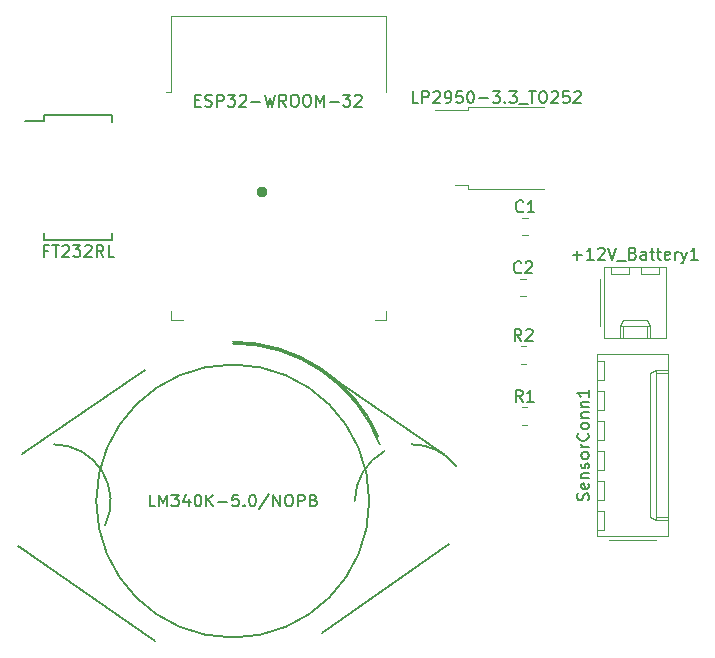
<source format=gbr>
%TF.GenerationSoftware,KiCad,Pcbnew,7.0.10*%
%TF.CreationDate,2024-03-05T16:05:14-06:00*%
%TF.ProjectId,smart_helmet,736d6172-745f-4686-956c-6d65742e6b69,rev?*%
%TF.SameCoordinates,Original*%
%TF.FileFunction,Legend,Top*%
%TF.FilePolarity,Positive*%
%FSLAX46Y46*%
G04 Gerber Fmt 4.6, Leading zero omitted, Abs format (unit mm)*
G04 Created by KiCad (PCBNEW 7.0.10) date 2024-03-05 16:05:14*
%MOMM*%
%LPD*%
G01*
G04 APERTURE LIST*
%ADD10C,0.150000*%
%ADD11C,0.120000*%
%ADD12C,0.152400*%
%ADD13C,0.939800*%
G04 APERTURE END LIST*
D10*
X145100047Y-81118305D02*
X145433380Y-81118305D01*
X145576237Y-81642115D02*
X145100047Y-81642115D01*
X145100047Y-81642115D02*
X145100047Y-80642115D01*
X145100047Y-80642115D02*
X145576237Y-80642115D01*
X145957190Y-81594496D02*
X146100047Y-81642115D01*
X146100047Y-81642115D02*
X146338142Y-81642115D01*
X146338142Y-81642115D02*
X146433380Y-81594496D01*
X146433380Y-81594496D02*
X146480999Y-81546876D01*
X146480999Y-81546876D02*
X146528618Y-81451638D01*
X146528618Y-81451638D02*
X146528618Y-81356400D01*
X146528618Y-81356400D02*
X146480999Y-81261162D01*
X146480999Y-81261162D02*
X146433380Y-81213543D01*
X146433380Y-81213543D02*
X146338142Y-81165924D01*
X146338142Y-81165924D02*
X146147666Y-81118305D01*
X146147666Y-81118305D02*
X146052428Y-81070686D01*
X146052428Y-81070686D02*
X146004809Y-81023067D01*
X146004809Y-81023067D02*
X145957190Y-80927829D01*
X145957190Y-80927829D02*
X145957190Y-80832591D01*
X145957190Y-80832591D02*
X146004809Y-80737353D01*
X146004809Y-80737353D02*
X146052428Y-80689734D01*
X146052428Y-80689734D02*
X146147666Y-80642115D01*
X146147666Y-80642115D02*
X146385761Y-80642115D01*
X146385761Y-80642115D02*
X146528618Y-80689734D01*
X146957190Y-81642115D02*
X146957190Y-80642115D01*
X146957190Y-80642115D02*
X147338142Y-80642115D01*
X147338142Y-80642115D02*
X147433380Y-80689734D01*
X147433380Y-80689734D02*
X147480999Y-80737353D01*
X147480999Y-80737353D02*
X147528618Y-80832591D01*
X147528618Y-80832591D02*
X147528618Y-80975448D01*
X147528618Y-80975448D02*
X147480999Y-81070686D01*
X147480999Y-81070686D02*
X147433380Y-81118305D01*
X147433380Y-81118305D02*
X147338142Y-81165924D01*
X147338142Y-81165924D02*
X146957190Y-81165924D01*
X147861952Y-80642115D02*
X148480999Y-80642115D01*
X148480999Y-80642115D02*
X148147666Y-81023067D01*
X148147666Y-81023067D02*
X148290523Y-81023067D01*
X148290523Y-81023067D02*
X148385761Y-81070686D01*
X148385761Y-81070686D02*
X148433380Y-81118305D01*
X148433380Y-81118305D02*
X148480999Y-81213543D01*
X148480999Y-81213543D02*
X148480999Y-81451638D01*
X148480999Y-81451638D02*
X148433380Y-81546876D01*
X148433380Y-81546876D02*
X148385761Y-81594496D01*
X148385761Y-81594496D02*
X148290523Y-81642115D01*
X148290523Y-81642115D02*
X148004809Y-81642115D01*
X148004809Y-81642115D02*
X147909571Y-81594496D01*
X147909571Y-81594496D02*
X147861952Y-81546876D01*
X148861952Y-80737353D02*
X148909571Y-80689734D01*
X148909571Y-80689734D02*
X149004809Y-80642115D01*
X149004809Y-80642115D02*
X149242904Y-80642115D01*
X149242904Y-80642115D02*
X149338142Y-80689734D01*
X149338142Y-80689734D02*
X149385761Y-80737353D01*
X149385761Y-80737353D02*
X149433380Y-80832591D01*
X149433380Y-80832591D02*
X149433380Y-80927829D01*
X149433380Y-80927829D02*
X149385761Y-81070686D01*
X149385761Y-81070686D02*
X148814333Y-81642115D01*
X148814333Y-81642115D02*
X149433380Y-81642115D01*
X149861952Y-81261162D02*
X150623857Y-81261162D01*
X151004809Y-80642115D02*
X151242904Y-81642115D01*
X151242904Y-81642115D02*
X151433380Y-80927829D01*
X151433380Y-80927829D02*
X151623856Y-81642115D01*
X151623856Y-81642115D02*
X151861952Y-80642115D01*
X152814332Y-81642115D02*
X152480999Y-81165924D01*
X152242904Y-81642115D02*
X152242904Y-80642115D01*
X152242904Y-80642115D02*
X152623856Y-80642115D01*
X152623856Y-80642115D02*
X152719094Y-80689734D01*
X152719094Y-80689734D02*
X152766713Y-80737353D01*
X152766713Y-80737353D02*
X152814332Y-80832591D01*
X152814332Y-80832591D02*
X152814332Y-80975448D01*
X152814332Y-80975448D02*
X152766713Y-81070686D01*
X152766713Y-81070686D02*
X152719094Y-81118305D01*
X152719094Y-81118305D02*
X152623856Y-81165924D01*
X152623856Y-81165924D02*
X152242904Y-81165924D01*
X153433380Y-80642115D02*
X153623856Y-80642115D01*
X153623856Y-80642115D02*
X153719094Y-80689734D01*
X153719094Y-80689734D02*
X153814332Y-80784972D01*
X153814332Y-80784972D02*
X153861951Y-80975448D01*
X153861951Y-80975448D02*
X153861951Y-81308781D01*
X153861951Y-81308781D02*
X153814332Y-81499257D01*
X153814332Y-81499257D02*
X153719094Y-81594496D01*
X153719094Y-81594496D02*
X153623856Y-81642115D01*
X153623856Y-81642115D02*
X153433380Y-81642115D01*
X153433380Y-81642115D02*
X153338142Y-81594496D01*
X153338142Y-81594496D02*
X153242904Y-81499257D01*
X153242904Y-81499257D02*
X153195285Y-81308781D01*
X153195285Y-81308781D02*
X153195285Y-80975448D01*
X153195285Y-80975448D02*
X153242904Y-80784972D01*
X153242904Y-80784972D02*
X153338142Y-80689734D01*
X153338142Y-80689734D02*
X153433380Y-80642115D01*
X154480999Y-80642115D02*
X154671475Y-80642115D01*
X154671475Y-80642115D02*
X154766713Y-80689734D01*
X154766713Y-80689734D02*
X154861951Y-80784972D01*
X154861951Y-80784972D02*
X154909570Y-80975448D01*
X154909570Y-80975448D02*
X154909570Y-81308781D01*
X154909570Y-81308781D02*
X154861951Y-81499257D01*
X154861951Y-81499257D02*
X154766713Y-81594496D01*
X154766713Y-81594496D02*
X154671475Y-81642115D01*
X154671475Y-81642115D02*
X154480999Y-81642115D01*
X154480999Y-81642115D02*
X154385761Y-81594496D01*
X154385761Y-81594496D02*
X154290523Y-81499257D01*
X154290523Y-81499257D02*
X154242904Y-81308781D01*
X154242904Y-81308781D02*
X154242904Y-80975448D01*
X154242904Y-80975448D02*
X154290523Y-80784972D01*
X154290523Y-80784972D02*
X154385761Y-80689734D01*
X154385761Y-80689734D02*
X154480999Y-80642115D01*
X155338142Y-81642115D02*
X155338142Y-80642115D01*
X155338142Y-80642115D02*
X155671475Y-81356400D01*
X155671475Y-81356400D02*
X156004808Y-80642115D01*
X156004808Y-80642115D02*
X156004808Y-81642115D01*
X156480999Y-81261162D02*
X157242904Y-81261162D01*
X157623856Y-80642115D02*
X158242903Y-80642115D01*
X158242903Y-80642115D02*
X157909570Y-81023067D01*
X157909570Y-81023067D02*
X158052427Y-81023067D01*
X158052427Y-81023067D02*
X158147665Y-81070686D01*
X158147665Y-81070686D02*
X158195284Y-81118305D01*
X158195284Y-81118305D02*
X158242903Y-81213543D01*
X158242903Y-81213543D02*
X158242903Y-81451638D01*
X158242903Y-81451638D02*
X158195284Y-81546876D01*
X158195284Y-81546876D02*
X158147665Y-81594496D01*
X158147665Y-81594496D02*
X158052427Y-81642115D01*
X158052427Y-81642115D02*
X157766713Y-81642115D01*
X157766713Y-81642115D02*
X157671475Y-81594496D01*
X157671475Y-81594496D02*
X157623856Y-81546876D01*
X158623856Y-80737353D02*
X158671475Y-80689734D01*
X158671475Y-80689734D02*
X158766713Y-80642115D01*
X158766713Y-80642115D02*
X159004808Y-80642115D01*
X159004808Y-80642115D02*
X159100046Y-80689734D01*
X159100046Y-80689734D02*
X159147665Y-80737353D01*
X159147665Y-80737353D02*
X159195284Y-80832591D01*
X159195284Y-80832591D02*
X159195284Y-80927829D01*
X159195284Y-80927829D02*
X159147665Y-81070686D01*
X159147665Y-81070686D02*
X158576237Y-81642115D01*
X158576237Y-81642115D02*
X159195284Y-81642115D01*
X163994330Y-81338455D02*
X163518140Y-81338455D01*
X163518140Y-81338455D02*
X163518140Y-80338455D01*
X164327664Y-81338455D02*
X164327664Y-80338455D01*
X164327664Y-80338455D02*
X164708616Y-80338455D01*
X164708616Y-80338455D02*
X164803854Y-80386074D01*
X164803854Y-80386074D02*
X164851473Y-80433693D01*
X164851473Y-80433693D02*
X164899092Y-80528931D01*
X164899092Y-80528931D02*
X164899092Y-80671788D01*
X164899092Y-80671788D02*
X164851473Y-80767026D01*
X164851473Y-80767026D02*
X164803854Y-80814645D01*
X164803854Y-80814645D02*
X164708616Y-80862264D01*
X164708616Y-80862264D02*
X164327664Y-80862264D01*
X165280045Y-80433693D02*
X165327664Y-80386074D01*
X165327664Y-80386074D02*
X165422902Y-80338455D01*
X165422902Y-80338455D02*
X165660997Y-80338455D01*
X165660997Y-80338455D02*
X165756235Y-80386074D01*
X165756235Y-80386074D02*
X165803854Y-80433693D01*
X165803854Y-80433693D02*
X165851473Y-80528931D01*
X165851473Y-80528931D02*
X165851473Y-80624169D01*
X165851473Y-80624169D02*
X165803854Y-80767026D01*
X165803854Y-80767026D02*
X165232426Y-81338455D01*
X165232426Y-81338455D02*
X165851473Y-81338455D01*
X166327664Y-81338455D02*
X166518140Y-81338455D01*
X166518140Y-81338455D02*
X166613378Y-81290836D01*
X166613378Y-81290836D02*
X166660997Y-81243216D01*
X166660997Y-81243216D02*
X166756235Y-81100359D01*
X166756235Y-81100359D02*
X166803854Y-80909883D01*
X166803854Y-80909883D02*
X166803854Y-80528931D01*
X166803854Y-80528931D02*
X166756235Y-80433693D01*
X166756235Y-80433693D02*
X166708616Y-80386074D01*
X166708616Y-80386074D02*
X166613378Y-80338455D01*
X166613378Y-80338455D02*
X166422902Y-80338455D01*
X166422902Y-80338455D02*
X166327664Y-80386074D01*
X166327664Y-80386074D02*
X166280045Y-80433693D01*
X166280045Y-80433693D02*
X166232426Y-80528931D01*
X166232426Y-80528931D02*
X166232426Y-80767026D01*
X166232426Y-80767026D02*
X166280045Y-80862264D01*
X166280045Y-80862264D02*
X166327664Y-80909883D01*
X166327664Y-80909883D02*
X166422902Y-80957502D01*
X166422902Y-80957502D02*
X166613378Y-80957502D01*
X166613378Y-80957502D02*
X166708616Y-80909883D01*
X166708616Y-80909883D02*
X166756235Y-80862264D01*
X166756235Y-80862264D02*
X166803854Y-80767026D01*
X167708616Y-80338455D02*
X167232426Y-80338455D01*
X167232426Y-80338455D02*
X167184807Y-80814645D01*
X167184807Y-80814645D02*
X167232426Y-80767026D01*
X167232426Y-80767026D02*
X167327664Y-80719407D01*
X167327664Y-80719407D02*
X167565759Y-80719407D01*
X167565759Y-80719407D02*
X167660997Y-80767026D01*
X167660997Y-80767026D02*
X167708616Y-80814645D01*
X167708616Y-80814645D02*
X167756235Y-80909883D01*
X167756235Y-80909883D02*
X167756235Y-81147978D01*
X167756235Y-81147978D02*
X167708616Y-81243216D01*
X167708616Y-81243216D02*
X167660997Y-81290836D01*
X167660997Y-81290836D02*
X167565759Y-81338455D01*
X167565759Y-81338455D02*
X167327664Y-81338455D01*
X167327664Y-81338455D02*
X167232426Y-81290836D01*
X167232426Y-81290836D02*
X167184807Y-81243216D01*
X168375283Y-80338455D02*
X168470521Y-80338455D01*
X168470521Y-80338455D02*
X168565759Y-80386074D01*
X168565759Y-80386074D02*
X168613378Y-80433693D01*
X168613378Y-80433693D02*
X168660997Y-80528931D01*
X168660997Y-80528931D02*
X168708616Y-80719407D01*
X168708616Y-80719407D02*
X168708616Y-80957502D01*
X168708616Y-80957502D02*
X168660997Y-81147978D01*
X168660997Y-81147978D02*
X168613378Y-81243216D01*
X168613378Y-81243216D02*
X168565759Y-81290836D01*
X168565759Y-81290836D02*
X168470521Y-81338455D01*
X168470521Y-81338455D02*
X168375283Y-81338455D01*
X168375283Y-81338455D02*
X168280045Y-81290836D01*
X168280045Y-81290836D02*
X168232426Y-81243216D01*
X168232426Y-81243216D02*
X168184807Y-81147978D01*
X168184807Y-81147978D02*
X168137188Y-80957502D01*
X168137188Y-80957502D02*
X168137188Y-80719407D01*
X168137188Y-80719407D02*
X168184807Y-80528931D01*
X168184807Y-80528931D02*
X168232426Y-80433693D01*
X168232426Y-80433693D02*
X168280045Y-80386074D01*
X168280045Y-80386074D02*
X168375283Y-80338455D01*
X169137188Y-80957502D02*
X169899093Y-80957502D01*
X170280045Y-80338455D02*
X170899092Y-80338455D01*
X170899092Y-80338455D02*
X170565759Y-80719407D01*
X170565759Y-80719407D02*
X170708616Y-80719407D01*
X170708616Y-80719407D02*
X170803854Y-80767026D01*
X170803854Y-80767026D02*
X170851473Y-80814645D01*
X170851473Y-80814645D02*
X170899092Y-80909883D01*
X170899092Y-80909883D02*
X170899092Y-81147978D01*
X170899092Y-81147978D02*
X170851473Y-81243216D01*
X170851473Y-81243216D02*
X170803854Y-81290836D01*
X170803854Y-81290836D02*
X170708616Y-81338455D01*
X170708616Y-81338455D02*
X170422902Y-81338455D01*
X170422902Y-81338455D02*
X170327664Y-81290836D01*
X170327664Y-81290836D02*
X170280045Y-81243216D01*
X171327664Y-81243216D02*
X171375283Y-81290836D01*
X171375283Y-81290836D02*
X171327664Y-81338455D01*
X171327664Y-81338455D02*
X171280045Y-81290836D01*
X171280045Y-81290836D02*
X171327664Y-81243216D01*
X171327664Y-81243216D02*
X171327664Y-81338455D01*
X171708616Y-80338455D02*
X172327663Y-80338455D01*
X172327663Y-80338455D02*
X171994330Y-80719407D01*
X171994330Y-80719407D02*
X172137187Y-80719407D01*
X172137187Y-80719407D02*
X172232425Y-80767026D01*
X172232425Y-80767026D02*
X172280044Y-80814645D01*
X172280044Y-80814645D02*
X172327663Y-80909883D01*
X172327663Y-80909883D02*
X172327663Y-81147978D01*
X172327663Y-81147978D02*
X172280044Y-81243216D01*
X172280044Y-81243216D02*
X172232425Y-81290836D01*
X172232425Y-81290836D02*
X172137187Y-81338455D01*
X172137187Y-81338455D02*
X171851473Y-81338455D01*
X171851473Y-81338455D02*
X171756235Y-81290836D01*
X171756235Y-81290836D02*
X171708616Y-81243216D01*
X172518140Y-81433693D02*
X173280044Y-81433693D01*
X173375283Y-80338455D02*
X173946711Y-80338455D01*
X173660997Y-81338455D02*
X173660997Y-80338455D01*
X174470521Y-80338455D02*
X174660997Y-80338455D01*
X174660997Y-80338455D02*
X174756235Y-80386074D01*
X174756235Y-80386074D02*
X174851473Y-80481312D01*
X174851473Y-80481312D02*
X174899092Y-80671788D01*
X174899092Y-80671788D02*
X174899092Y-81005121D01*
X174899092Y-81005121D02*
X174851473Y-81195597D01*
X174851473Y-81195597D02*
X174756235Y-81290836D01*
X174756235Y-81290836D02*
X174660997Y-81338455D01*
X174660997Y-81338455D02*
X174470521Y-81338455D01*
X174470521Y-81338455D02*
X174375283Y-81290836D01*
X174375283Y-81290836D02*
X174280045Y-81195597D01*
X174280045Y-81195597D02*
X174232426Y-81005121D01*
X174232426Y-81005121D02*
X174232426Y-80671788D01*
X174232426Y-80671788D02*
X174280045Y-80481312D01*
X174280045Y-80481312D02*
X174375283Y-80386074D01*
X174375283Y-80386074D02*
X174470521Y-80338455D01*
X175280045Y-80433693D02*
X175327664Y-80386074D01*
X175327664Y-80386074D02*
X175422902Y-80338455D01*
X175422902Y-80338455D02*
X175660997Y-80338455D01*
X175660997Y-80338455D02*
X175756235Y-80386074D01*
X175756235Y-80386074D02*
X175803854Y-80433693D01*
X175803854Y-80433693D02*
X175851473Y-80528931D01*
X175851473Y-80528931D02*
X175851473Y-80624169D01*
X175851473Y-80624169D02*
X175803854Y-80767026D01*
X175803854Y-80767026D02*
X175232426Y-81338455D01*
X175232426Y-81338455D02*
X175851473Y-81338455D01*
X176756235Y-80338455D02*
X176280045Y-80338455D01*
X176280045Y-80338455D02*
X176232426Y-80814645D01*
X176232426Y-80814645D02*
X176280045Y-80767026D01*
X176280045Y-80767026D02*
X176375283Y-80719407D01*
X176375283Y-80719407D02*
X176613378Y-80719407D01*
X176613378Y-80719407D02*
X176708616Y-80767026D01*
X176708616Y-80767026D02*
X176756235Y-80814645D01*
X176756235Y-80814645D02*
X176803854Y-80909883D01*
X176803854Y-80909883D02*
X176803854Y-81147978D01*
X176803854Y-81147978D02*
X176756235Y-81243216D01*
X176756235Y-81243216D02*
X176708616Y-81290836D01*
X176708616Y-81290836D02*
X176613378Y-81338455D01*
X176613378Y-81338455D02*
X176375283Y-81338455D01*
X176375283Y-81338455D02*
X176280045Y-81290836D01*
X176280045Y-81290836D02*
X176232426Y-81243216D01*
X177184807Y-80433693D02*
X177232426Y-80386074D01*
X177232426Y-80386074D02*
X177327664Y-80338455D01*
X177327664Y-80338455D02*
X177565759Y-80338455D01*
X177565759Y-80338455D02*
X177660997Y-80386074D01*
X177660997Y-80386074D02*
X177708616Y-80433693D01*
X177708616Y-80433693D02*
X177756235Y-80528931D01*
X177756235Y-80528931D02*
X177756235Y-80624169D01*
X177756235Y-80624169D02*
X177708616Y-80767026D01*
X177708616Y-80767026D02*
X177137188Y-81338455D01*
X177137188Y-81338455D02*
X177756235Y-81338455D01*
X141715771Y-115495419D02*
X141239581Y-115495419D01*
X141239581Y-115495419D02*
X141239581Y-114495419D01*
X142049105Y-115495419D02*
X142049105Y-114495419D01*
X142049105Y-114495419D02*
X142382438Y-115209704D01*
X142382438Y-115209704D02*
X142715771Y-114495419D01*
X142715771Y-114495419D02*
X142715771Y-115495419D01*
X143096724Y-114495419D02*
X143715771Y-114495419D01*
X143715771Y-114495419D02*
X143382438Y-114876371D01*
X143382438Y-114876371D02*
X143525295Y-114876371D01*
X143525295Y-114876371D02*
X143620533Y-114923990D01*
X143620533Y-114923990D02*
X143668152Y-114971609D01*
X143668152Y-114971609D02*
X143715771Y-115066847D01*
X143715771Y-115066847D02*
X143715771Y-115304942D01*
X143715771Y-115304942D02*
X143668152Y-115400180D01*
X143668152Y-115400180D02*
X143620533Y-115447800D01*
X143620533Y-115447800D02*
X143525295Y-115495419D01*
X143525295Y-115495419D02*
X143239581Y-115495419D01*
X143239581Y-115495419D02*
X143144343Y-115447800D01*
X143144343Y-115447800D02*
X143096724Y-115400180D01*
X144572914Y-114828752D02*
X144572914Y-115495419D01*
X144334819Y-114447800D02*
X144096724Y-115162085D01*
X144096724Y-115162085D02*
X144715771Y-115162085D01*
X145287200Y-114495419D02*
X145382438Y-114495419D01*
X145382438Y-114495419D02*
X145477676Y-114543038D01*
X145477676Y-114543038D02*
X145525295Y-114590657D01*
X145525295Y-114590657D02*
X145572914Y-114685895D01*
X145572914Y-114685895D02*
X145620533Y-114876371D01*
X145620533Y-114876371D02*
X145620533Y-115114466D01*
X145620533Y-115114466D02*
X145572914Y-115304942D01*
X145572914Y-115304942D02*
X145525295Y-115400180D01*
X145525295Y-115400180D02*
X145477676Y-115447800D01*
X145477676Y-115447800D02*
X145382438Y-115495419D01*
X145382438Y-115495419D02*
X145287200Y-115495419D01*
X145287200Y-115495419D02*
X145191962Y-115447800D01*
X145191962Y-115447800D02*
X145144343Y-115400180D01*
X145144343Y-115400180D02*
X145096724Y-115304942D01*
X145096724Y-115304942D02*
X145049105Y-115114466D01*
X145049105Y-115114466D02*
X145049105Y-114876371D01*
X145049105Y-114876371D02*
X145096724Y-114685895D01*
X145096724Y-114685895D02*
X145144343Y-114590657D01*
X145144343Y-114590657D02*
X145191962Y-114543038D01*
X145191962Y-114543038D02*
X145287200Y-114495419D01*
X146049105Y-115495419D02*
X146049105Y-114495419D01*
X146620533Y-115495419D02*
X146191962Y-114923990D01*
X146620533Y-114495419D02*
X146049105Y-115066847D01*
X147049105Y-115114466D02*
X147811010Y-115114466D01*
X148763390Y-114495419D02*
X148287200Y-114495419D01*
X148287200Y-114495419D02*
X148239581Y-114971609D01*
X148239581Y-114971609D02*
X148287200Y-114923990D01*
X148287200Y-114923990D02*
X148382438Y-114876371D01*
X148382438Y-114876371D02*
X148620533Y-114876371D01*
X148620533Y-114876371D02*
X148715771Y-114923990D01*
X148715771Y-114923990D02*
X148763390Y-114971609D01*
X148763390Y-114971609D02*
X148811009Y-115066847D01*
X148811009Y-115066847D02*
X148811009Y-115304942D01*
X148811009Y-115304942D02*
X148763390Y-115400180D01*
X148763390Y-115400180D02*
X148715771Y-115447800D01*
X148715771Y-115447800D02*
X148620533Y-115495419D01*
X148620533Y-115495419D02*
X148382438Y-115495419D01*
X148382438Y-115495419D02*
X148287200Y-115447800D01*
X148287200Y-115447800D02*
X148239581Y-115400180D01*
X149239581Y-115400180D02*
X149287200Y-115447800D01*
X149287200Y-115447800D02*
X149239581Y-115495419D01*
X149239581Y-115495419D02*
X149191962Y-115447800D01*
X149191962Y-115447800D02*
X149239581Y-115400180D01*
X149239581Y-115400180D02*
X149239581Y-115495419D01*
X149906247Y-114495419D02*
X150001485Y-114495419D01*
X150001485Y-114495419D02*
X150096723Y-114543038D01*
X150096723Y-114543038D02*
X150144342Y-114590657D01*
X150144342Y-114590657D02*
X150191961Y-114685895D01*
X150191961Y-114685895D02*
X150239580Y-114876371D01*
X150239580Y-114876371D02*
X150239580Y-115114466D01*
X150239580Y-115114466D02*
X150191961Y-115304942D01*
X150191961Y-115304942D02*
X150144342Y-115400180D01*
X150144342Y-115400180D02*
X150096723Y-115447800D01*
X150096723Y-115447800D02*
X150001485Y-115495419D01*
X150001485Y-115495419D02*
X149906247Y-115495419D01*
X149906247Y-115495419D02*
X149811009Y-115447800D01*
X149811009Y-115447800D02*
X149763390Y-115400180D01*
X149763390Y-115400180D02*
X149715771Y-115304942D01*
X149715771Y-115304942D02*
X149668152Y-115114466D01*
X149668152Y-115114466D02*
X149668152Y-114876371D01*
X149668152Y-114876371D02*
X149715771Y-114685895D01*
X149715771Y-114685895D02*
X149763390Y-114590657D01*
X149763390Y-114590657D02*
X149811009Y-114543038D01*
X149811009Y-114543038D02*
X149906247Y-114495419D01*
X151382437Y-114447800D02*
X150525295Y-115733514D01*
X151715771Y-115495419D02*
X151715771Y-114495419D01*
X151715771Y-114495419D02*
X152287199Y-115495419D01*
X152287199Y-115495419D02*
X152287199Y-114495419D01*
X152953866Y-114495419D02*
X153144342Y-114495419D01*
X153144342Y-114495419D02*
X153239580Y-114543038D01*
X153239580Y-114543038D02*
X153334818Y-114638276D01*
X153334818Y-114638276D02*
X153382437Y-114828752D01*
X153382437Y-114828752D02*
X153382437Y-115162085D01*
X153382437Y-115162085D02*
X153334818Y-115352561D01*
X153334818Y-115352561D02*
X153239580Y-115447800D01*
X153239580Y-115447800D02*
X153144342Y-115495419D01*
X153144342Y-115495419D02*
X152953866Y-115495419D01*
X152953866Y-115495419D02*
X152858628Y-115447800D01*
X152858628Y-115447800D02*
X152763390Y-115352561D01*
X152763390Y-115352561D02*
X152715771Y-115162085D01*
X152715771Y-115162085D02*
X152715771Y-114828752D01*
X152715771Y-114828752D02*
X152763390Y-114638276D01*
X152763390Y-114638276D02*
X152858628Y-114543038D01*
X152858628Y-114543038D02*
X152953866Y-114495419D01*
X153811009Y-115495419D02*
X153811009Y-114495419D01*
X153811009Y-114495419D02*
X154191961Y-114495419D01*
X154191961Y-114495419D02*
X154287199Y-114543038D01*
X154287199Y-114543038D02*
X154334818Y-114590657D01*
X154334818Y-114590657D02*
X154382437Y-114685895D01*
X154382437Y-114685895D02*
X154382437Y-114828752D01*
X154382437Y-114828752D02*
X154334818Y-114923990D01*
X154334818Y-114923990D02*
X154287199Y-114971609D01*
X154287199Y-114971609D02*
X154191961Y-115019228D01*
X154191961Y-115019228D02*
X153811009Y-115019228D01*
X155144342Y-114971609D02*
X155287199Y-115019228D01*
X155287199Y-115019228D02*
X155334818Y-115066847D01*
X155334818Y-115066847D02*
X155382437Y-115162085D01*
X155382437Y-115162085D02*
X155382437Y-115304942D01*
X155382437Y-115304942D02*
X155334818Y-115400180D01*
X155334818Y-115400180D02*
X155287199Y-115447800D01*
X155287199Y-115447800D02*
X155191961Y-115495419D01*
X155191961Y-115495419D02*
X154811009Y-115495419D01*
X154811009Y-115495419D02*
X154811009Y-114495419D01*
X154811009Y-114495419D02*
X155144342Y-114495419D01*
X155144342Y-114495419D02*
X155239580Y-114543038D01*
X155239580Y-114543038D02*
X155287199Y-114590657D01*
X155287199Y-114590657D02*
X155334818Y-114685895D01*
X155334818Y-114685895D02*
X155334818Y-114781133D01*
X155334818Y-114781133D02*
X155287199Y-114876371D01*
X155287199Y-114876371D02*
X155239580Y-114923990D01*
X155239580Y-114923990D02*
X155144342Y-114971609D01*
X155144342Y-114971609D02*
X154811009Y-114971609D01*
X132625125Y-93838887D02*
X132291792Y-93838887D01*
X132291792Y-94362697D02*
X132291792Y-93362697D01*
X132291792Y-93362697D02*
X132767982Y-93362697D01*
X133006078Y-93362697D02*
X133577506Y-93362697D01*
X133291792Y-94362697D02*
X133291792Y-93362697D01*
X133863221Y-93457935D02*
X133910840Y-93410316D01*
X133910840Y-93410316D02*
X134006078Y-93362697D01*
X134006078Y-93362697D02*
X134244173Y-93362697D01*
X134244173Y-93362697D02*
X134339411Y-93410316D01*
X134339411Y-93410316D02*
X134387030Y-93457935D01*
X134387030Y-93457935D02*
X134434649Y-93553173D01*
X134434649Y-93553173D02*
X134434649Y-93648411D01*
X134434649Y-93648411D02*
X134387030Y-93791268D01*
X134387030Y-93791268D02*
X133815602Y-94362697D01*
X133815602Y-94362697D02*
X134434649Y-94362697D01*
X134767983Y-93362697D02*
X135387030Y-93362697D01*
X135387030Y-93362697D02*
X135053697Y-93743649D01*
X135053697Y-93743649D02*
X135196554Y-93743649D01*
X135196554Y-93743649D02*
X135291792Y-93791268D01*
X135291792Y-93791268D02*
X135339411Y-93838887D01*
X135339411Y-93838887D02*
X135387030Y-93934125D01*
X135387030Y-93934125D02*
X135387030Y-94172220D01*
X135387030Y-94172220D02*
X135339411Y-94267458D01*
X135339411Y-94267458D02*
X135291792Y-94315078D01*
X135291792Y-94315078D02*
X135196554Y-94362697D01*
X135196554Y-94362697D02*
X134910840Y-94362697D01*
X134910840Y-94362697D02*
X134815602Y-94315078D01*
X134815602Y-94315078D02*
X134767983Y-94267458D01*
X135767983Y-93457935D02*
X135815602Y-93410316D01*
X135815602Y-93410316D02*
X135910840Y-93362697D01*
X135910840Y-93362697D02*
X136148935Y-93362697D01*
X136148935Y-93362697D02*
X136244173Y-93410316D01*
X136244173Y-93410316D02*
X136291792Y-93457935D01*
X136291792Y-93457935D02*
X136339411Y-93553173D01*
X136339411Y-93553173D02*
X136339411Y-93648411D01*
X136339411Y-93648411D02*
X136291792Y-93791268D01*
X136291792Y-93791268D02*
X135720364Y-94362697D01*
X135720364Y-94362697D02*
X136339411Y-94362697D01*
X137339411Y-94362697D02*
X137006078Y-93886506D01*
X136767983Y-94362697D02*
X136767983Y-93362697D01*
X136767983Y-93362697D02*
X137148935Y-93362697D01*
X137148935Y-93362697D02*
X137244173Y-93410316D01*
X137244173Y-93410316D02*
X137291792Y-93457935D01*
X137291792Y-93457935D02*
X137339411Y-93553173D01*
X137339411Y-93553173D02*
X137339411Y-93696030D01*
X137339411Y-93696030D02*
X137291792Y-93791268D01*
X137291792Y-93791268D02*
X137244173Y-93838887D01*
X137244173Y-93838887D02*
X137148935Y-93886506D01*
X137148935Y-93886506D02*
X136767983Y-93886506D01*
X138244173Y-94362697D02*
X137767983Y-94362697D01*
X137767983Y-94362697D02*
X137767983Y-93362697D01*
X178405920Y-114974207D02*
X178453539Y-114831350D01*
X178453539Y-114831350D02*
X178453539Y-114593255D01*
X178453539Y-114593255D02*
X178405920Y-114498017D01*
X178405920Y-114498017D02*
X178358300Y-114450398D01*
X178358300Y-114450398D02*
X178263062Y-114402779D01*
X178263062Y-114402779D02*
X178167824Y-114402779D01*
X178167824Y-114402779D02*
X178072586Y-114450398D01*
X178072586Y-114450398D02*
X178024967Y-114498017D01*
X178024967Y-114498017D02*
X177977348Y-114593255D01*
X177977348Y-114593255D02*
X177929729Y-114783731D01*
X177929729Y-114783731D02*
X177882110Y-114878969D01*
X177882110Y-114878969D02*
X177834491Y-114926588D01*
X177834491Y-114926588D02*
X177739253Y-114974207D01*
X177739253Y-114974207D02*
X177644015Y-114974207D01*
X177644015Y-114974207D02*
X177548777Y-114926588D01*
X177548777Y-114926588D02*
X177501158Y-114878969D01*
X177501158Y-114878969D02*
X177453539Y-114783731D01*
X177453539Y-114783731D02*
X177453539Y-114545636D01*
X177453539Y-114545636D02*
X177501158Y-114402779D01*
X178405920Y-113593255D02*
X178453539Y-113688493D01*
X178453539Y-113688493D02*
X178453539Y-113878969D01*
X178453539Y-113878969D02*
X178405920Y-113974207D01*
X178405920Y-113974207D02*
X178310681Y-114021826D01*
X178310681Y-114021826D02*
X177929729Y-114021826D01*
X177929729Y-114021826D02*
X177834491Y-113974207D01*
X177834491Y-113974207D02*
X177786872Y-113878969D01*
X177786872Y-113878969D02*
X177786872Y-113688493D01*
X177786872Y-113688493D02*
X177834491Y-113593255D01*
X177834491Y-113593255D02*
X177929729Y-113545636D01*
X177929729Y-113545636D02*
X178024967Y-113545636D01*
X178024967Y-113545636D02*
X178120205Y-114021826D01*
X177786872Y-113117064D02*
X178453539Y-113117064D01*
X177882110Y-113117064D02*
X177834491Y-113069445D01*
X177834491Y-113069445D02*
X177786872Y-112974207D01*
X177786872Y-112974207D02*
X177786872Y-112831350D01*
X177786872Y-112831350D02*
X177834491Y-112736112D01*
X177834491Y-112736112D02*
X177929729Y-112688493D01*
X177929729Y-112688493D02*
X178453539Y-112688493D01*
X178405920Y-112259921D02*
X178453539Y-112164683D01*
X178453539Y-112164683D02*
X178453539Y-111974207D01*
X178453539Y-111974207D02*
X178405920Y-111878969D01*
X178405920Y-111878969D02*
X178310681Y-111831350D01*
X178310681Y-111831350D02*
X178263062Y-111831350D01*
X178263062Y-111831350D02*
X178167824Y-111878969D01*
X178167824Y-111878969D02*
X178120205Y-111974207D01*
X178120205Y-111974207D02*
X178120205Y-112117064D01*
X178120205Y-112117064D02*
X178072586Y-112212302D01*
X178072586Y-112212302D02*
X177977348Y-112259921D01*
X177977348Y-112259921D02*
X177929729Y-112259921D01*
X177929729Y-112259921D02*
X177834491Y-112212302D01*
X177834491Y-112212302D02*
X177786872Y-112117064D01*
X177786872Y-112117064D02*
X177786872Y-111974207D01*
X177786872Y-111974207D02*
X177834491Y-111878969D01*
X178453539Y-111259921D02*
X178405920Y-111355159D01*
X178405920Y-111355159D02*
X178358300Y-111402778D01*
X178358300Y-111402778D02*
X178263062Y-111450397D01*
X178263062Y-111450397D02*
X177977348Y-111450397D01*
X177977348Y-111450397D02*
X177882110Y-111402778D01*
X177882110Y-111402778D02*
X177834491Y-111355159D01*
X177834491Y-111355159D02*
X177786872Y-111259921D01*
X177786872Y-111259921D02*
X177786872Y-111117064D01*
X177786872Y-111117064D02*
X177834491Y-111021826D01*
X177834491Y-111021826D02*
X177882110Y-110974207D01*
X177882110Y-110974207D02*
X177977348Y-110926588D01*
X177977348Y-110926588D02*
X178263062Y-110926588D01*
X178263062Y-110926588D02*
X178358300Y-110974207D01*
X178358300Y-110974207D02*
X178405920Y-111021826D01*
X178405920Y-111021826D02*
X178453539Y-111117064D01*
X178453539Y-111117064D02*
X178453539Y-111259921D01*
X178453539Y-110498016D02*
X177786872Y-110498016D01*
X177977348Y-110498016D02*
X177882110Y-110450397D01*
X177882110Y-110450397D02*
X177834491Y-110402778D01*
X177834491Y-110402778D02*
X177786872Y-110307540D01*
X177786872Y-110307540D02*
X177786872Y-110212302D01*
X178358300Y-109307540D02*
X178405920Y-109355159D01*
X178405920Y-109355159D02*
X178453539Y-109498016D01*
X178453539Y-109498016D02*
X178453539Y-109593254D01*
X178453539Y-109593254D02*
X178405920Y-109736111D01*
X178405920Y-109736111D02*
X178310681Y-109831349D01*
X178310681Y-109831349D02*
X178215443Y-109878968D01*
X178215443Y-109878968D02*
X178024967Y-109926587D01*
X178024967Y-109926587D02*
X177882110Y-109926587D01*
X177882110Y-109926587D02*
X177691634Y-109878968D01*
X177691634Y-109878968D02*
X177596396Y-109831349D01*
X177596396Y-109831349D02*
X177501158Y-109736111D01*
X177501158Y-109736111D02*
X177453539Y-109593254D01*
X177453539Y-109593254D02*
X177453539Y-109498016D01*
X177453539Y-109498016D02*
X177501158Y-109355159D01*
X177501158Y-109355159D02*
X177548777Y-109307540D01*
X178453539Y-108736111D02*
X178405920Y-108831349D01*
X178405920Y-108831349D02*
X178358300Y-108878968D01*
X178358300Y-108878968D02*
X178263062Y-108926587D01*
X178263062Y-108926587D02*
X177977348Y-108926587D01*
X177977348Y-108926587D02*
X177882110Y-108878968D01*
X177882110Y-108878968D02*
X177834491Y-108831349D01*
X177834491Y-108831349D02*
X177786872Y-108736111D01*
X177786872Y-108736111D02*
X177786872Y-108593254D01*
X177786872Y-108593254D02*
X177834491Y-108498016D01*
X177834491Y-108498016D02*
X177882110Y-108450397D01*
X177882110Y-108450397D02*
X177977348Y-108402778D01*
X177977348Y-108402778D02*
X178263062Y-108402778D01*
X178263062Y-108402778D02*
X178358300Y-108450397D01*
X178358300Y-108450397D02*
X178405920Y-108498016D01*
X178405920Y-108498016D02*
X178453539Y-108593254D01*
X178453539Y-108593254D02*
X178453539Y-108736111D01*
X177786872Y-107974206D02*
X178453539Y-107974206D01*
X177882110Y-107974206D02*
X177834491Y-107926587D01*
X177834491Y-107926587D02*
X177786872Y-107831349D01*
X177786872Y-107831349D02*
X177786872Y-107688492D01*
X177786872Y-107688492D02*
X177834491Y-107593254D01*
X177834491Y-107593254D02*
X177929729Y-107545635D01*
X177929729Y-107545635D02*
X178453539Y-107545635D01*
X177786872Y-107069444D02*
X178453539Y-107069444D01*
X177882110Y-107069444D02*
X177834491Y-107021825D01*
X177834491Y-107021825D02*
X177786872Y-106926587D01*
X177786872Y-106926587D02*
X177786872Y-106783730D01*
X177786872Y-106783730D02*
X177834491Y-106688492D01*
X177834491Y-106688492D02*
X177929729Y-106640873D01*
X177929729Y-106640873D02*
X178453539Y-106640873D01*
X178453539Y-105640873D02*
X178453539Y-106212301D01*
X178453539Y-105926587D02*
X177453539Y-105926587D01*
X177453539Y-105926587D02*
X177596396Y-106021825D01*
X177596396Y-106021825D02*
X177691634Y-106117063D01*
X177691634Y-106117063D02*
X177739253Y-106212301D01*
X172728832Y-101484499D02*
X172395499Y-101008308D01*
X172157404Y-101484499D02*
X172157404Y-100484499D01*
X172157404Y-100484499D02*
X172538356Y-100484499D01*
X172538356Y-100484499D02*
X172633594Y-100532118D01*
X172633594Y-100532118D02*
X172681213Y-100579737D01*
X172681213Y-100579737D02*
X172728832Y-100674975D01*
X172728832Y-100674975D02*
X172728832Y-100817832D01*
X172728832Y-100817832D02*
X172681213Y-100913070D01*
X172681213Y-100913070D02*
X172633594Y-100960689D01*
X172633594Y-100960689D02*
X172538356Y-101008308D01*
X172538356Y-101008308D02*
X172157404Y-101008308D01*
X173109785Y-100579737D02*
X173157404Y-100532118D01*
X173157404Y-100532118D02*
X173252642Y-100484499D01*
X173252642Y-100484499D02*
X173490737Y-100484499D01*
X173490737Y-100484499D02*
X173585975Y-100532118D01*
X173585975Y-100532118D02*
X173633594Y-100579737D01*
X173633594Y-100579737D02*
X173681213Y-100674975D01*
X173681213Y-100674975D02*
X173681213Y-100770213D01*
X173681213Y-100770213D02*
X173633594Y-100913070D01*
X173633594Y-100913070D02*
X173062166Y-101484499D01*
X173062166Y-101484499D02*
X173681213Y-101484499D01*
X172830052Y-106646719D02*
X172496719Y-106170528D01*
X172258624Y-106646719D02*
X172258624Y-105646719D01*
X172258624Y-105646719D02*
X172639576Y-105646719D01*
X172639576Y-105646719D02*
X172734814Y-105694338D01*
X172734814Y-105694338D02*
X172782433Y-105741957D01*
X172782433Y-105741957D02*
X172830052Y-105837195D01*
X172830052Y-105837195D02*
X172830052Y-105980052D01*
X172830052Y-105980052D02*
X172782433Y-106075290D01*
X172782433Y-106075290D02*
X172734814Y-106122909D01*
X172734814Y-106122909D02*
X172639576Y-106170528D01*
X172639576Y-106170528D02*
X172258624Y-106170528D01*
X173782433Y-106646719D02*
X173211005Y-106646719D01*
X173496719Y-106646719D02*
X173496719Y-105646719D01*
X173496719Y-105646719D02*
X173401481Y-105789576D01*
X173401481Y-105789576D02*
X173306243Y-105884814D01*
X173306243Y-105884814D02*
X173211005Y-105932433D01*
X172698852Y-95657199D02*
X172651233Y-95704819D01*
X172651233Y-95704819D02*
X172508376Y-95752438D01*
X172508376Y-95752438D02*
X172413138Y-95752438D01*
X172413138Y-95752438D02*
X172270281Y-95704819D01*
X172270281Y-95704819D02*
X172175043Y-95609580D01*
X172175043Y-95609580D02*
X172127424Y-95514342D01*
X172127424Y-95514342D02*
X172079805Y-95323866D01*
X172079805Y-95323866D02*
X172079805Y-95181009D01*
X172079805Y-95181009D02*
X172127424Y-94990533D01*
X172127424Y-94990533D02*
X172175043Y-94895295D01*
X172175043Y-94895295D02*
X172270281Y-94800057D01*
X172270281Y-94800057D02*
X172413138Y-94752438D01*
X172413138Y-94752438D02*
X172508376Y-94752438D01*
X172508376Y-94752438D02*
X172651233Y-94800057D01*
X172651233Y-94800057D02*
X172698852Y-94847676D01*
X173079805Y-94847676D02*
X173127424Y-94800057D01*
X173127424Y-94800057D02*
X173222662Y-94752438D01*
X173222662Y-94752438D02*
X173460757Y-94752438D01*
X173460757Y-94752438D02*
X173555995Y-94800057D01*
X173555995Y-94800057D02*
X173603614Y-94847676D01*
X173603614Y-94847676D02*
X173651233Y-94942914D01*
X173651233Y-94942914D02*
X173651233Y-95038152D01*
X173651233Y-95038152D02*
X173603614Y-95181009D01*
X173603614Y-95181009D02*
X173032186Y-95752438D01*
X173032186Y-95752438D02*
X173651233Y-95752438D01*
X172867552Y-90494978D02*
X172819933Y-90542598D01*
X172819933Y-90542598D02*
X172677076Y-90590217D01*
X172677076Y-90590217D02*
X172581838Y-90590217D01*
X172581838Y-90590217D02*
X172438981Y-90542598D01*
X172438981Y-90542598D02*
X172343743Y-90447359D01*
X172343743Y-90447359D02*
X172296124Y-90352121D01*
X172296124Y-90352121D02*
X172248505Y-90161645D01*
X172248505Y-90161645D02*
X172248505Y-90018788D01*
X172248505Y-90018788D02*
X172296124Y-89828312D01*
X172296124Y-89828312D02*
X172343743Y-89733074D01*
X172343743Y-89733074D02*
X172438981Y-89637836D01*
X172438981Y-89637836D02*
X172581838Y-89590217D01*
X172581838Y-89590217D02*
X172677076Y-89590217D01*
X172677076Y-89590217D02*
X172819933Y-89637836D01*
X172819933Y-89637836D02*
X172867552Y-89685455D01*
X173819933Y-90590217D02*
X173248505Y-90590217D01*
X173534219Y-90590217D02*
X173534219Y-89590217D01*
X173534219Y-89590217D02*
X173438981Y-89733074D01*
X173438981Y-89733074D02*
X173343743Y-89828312D01*
X173343743Y-89828312D02*
X173248505Y-89875931D01*
X177080874Y-94213605D02*
X177842779Y-94213605D01*
X177461826Y-94594558D02*
X177461826Y-93832653D01*
X178842778Y-94594558D02*
X178271350Y-94594558D01*
X178557064Y-94594558D02*
X178557064Y-93594558D01*
X178557064Y-93594558D02*
X178461826Y-93737415D01*
X178461826Y-93737415D02*
X178366588Y-93832653D01*
X178366588Y-93832653D02*
X178271350Y-93880272D01*
X179223731Y-93689796D02*
X179271350Y-93642177D01*
X179271350Y-93642177D02*
X179366588Y-93594558D01*
X179366588Y-93594558D02*
X179604683Y-93594558D01*
X179604683Y-93594558D02*
X179699921Y-93642177D01*
X179699921Y-93642177D02*
X179747540Y-93689796D01*
X179747540Y-93689796D02*
X179795159Y-93785034D01*
X179795159Y-93785034D02*
X179795159Y-93880272D01*
X179795159Y-93880272D02*
X179747540Y-94023129D01*
X179747540Y-94023129D02*
X179176112Y-94594558D01*
X179176112Y-94594558D02*
X179795159Y-94594558D01*
X180080874Y-93594558D02*
X180414207Y-94594558D01*
X180414207Y-94594558D02*
X180747540Y-93594558D01*
X180842779Y-94689796D02*
X181604683Y-94689796D01*
X182176112Y-94070748D02*
X182318969Y-94118367D01*
X182318969Y-94118367D02*
X182366588Y-94165986D01*
X182366588Y-94165986D02*
X182414207Y-94261224D01*
X182414207Y-94261224D02*
X182414207Y-94404081D01*
X182414207Y-94404081D02*
X182366588Y-94499319D01*
X182366588Y-94499319D02*
X182318969Y-94546939D01*
X182318969Y-94546939D02*
X182223731Y-94594558D01*
X182223731Y-94594558D02*
X181842779Y-94594558D01*
X181842779Y-94594558D02*
X181842779Y-93594558D01*
X181842779Y-93594558D02*
X182176112Y-93594558D01*
X182176112Y-93594558D02*
X182271350Y-93642177D01*
X182271350Y-93642177D02*
X182318969Y-93689796D01*
X182318969Y-93689796D02*
X182366588Y-93785034D01*
X182366588Y-93785034D02*
X182366588Y-93880272D01*
X182366588Y-93880272D02*
X182318969Y-93975510D01*
X182318969Y-93975510D02*
X182271350Y-94023129D01*
X182271350Y-94023129D02*
X182176112Y-94070748D01*
X182176112Y-94070748D02*
X181842779Y-94070748D01*
X183271350Y-94594558D02*
X183271350Y-94070748D01*
X183271350Y-94070748D02*
X183223731Y-93975510D01*
X183223731Y-93975510D02*
X183128493Y-93927891D01*
X183128493Y-93927891D02*
X182938017Y-93927891D01*
X182938017Y-93927891D02*
X182842779Y-93975510D01*
X183271350Y-94546939D02*
X183176112Y-94594558D01*
X183176112Y-94594558D02*
X182938017Y-94594558D01*
X182938017Y-94594558D02*
X182842779Y-94546939D01*
X182842779Y-94546939D02*
X182795160Y-94451700D01*
X182795160Y-94451700D02*
X182795160Y-94356462D01*
X182795160Y-94356462D02*
X182842779Y-94261224D01*
X182842779Y-94261224D02*
X182938017Y-94213605D01*
X182938017Y-94213605D02*
X183176112Y-94213605D01*
X183176112Y-94213605D02*
X183271350Y-94165986D01*
X183604684Y-93927891D02*
X183985636Y-93927891D01*
X183747541Y-93594558D02*
X183747541Y-94451700D01*
X183747541Y-94451700D02*
X183795160Y-94546939D01*
X183795160Y-94546939D02*
X183890398Y-94594558D01*
X183890398Y-94594558D02*
X183985636Y-94594558D01*
X184176113Y-93927891D02*
X184557065Y-93927891D01*
X184318970Y-93594558D02*
X184318970Y-94451700D01*
X184318970Y-94451700D02*
X184366589Y-94546939D01*
X184366589Y-94546939D02*
X184461827Y-94594558D01*
X184461827Y-94594558D02*
X184557065Y-94594558D01*
X185271351Y-94546939D02*
X185176113Y-94594558D01*
X185176113Y-94594558D02*
X184985637Y-94594558D01*
X184985637Y-94594558D02*
X184890399Y-94546939D01*
X184890399Y-94546939D02*
X184842780Y-94451700D01*
X184842780Y-94451700D02*
X184842780Y-94070748D01*
X184842780Y-94070748D02*
X184890399Y-93975510D01*
X184890399Y-93975510D02*
X184985637Y-93927891D01*
X184985637Y-93927891D02*
X185176113Y-93927891D01*
X185176113Y-93927891D02*
X185271351Y-93975510D01*
X185271351Y-93975510D02*
X185318970Y-94070748D01*
X185318970Y-94070748D02*
X185318970Y-94165986D01*
X185318970Y-94165986D02*
X184842780Y-94261224D01*
X185747542Y-94594558D02*
X185747542Y-93927891D01*
X185747542Y-94118367D02*
X185795161Y-94023129D01*
X185795161Y-94023129D02*
X185842780Y-93975510D01*
X185842780Y-93975510D02*
X185938018Y-93927891D01*
X185938018Y-93927891D02*
X186033256Y-93927891D01*
X186271352Y-93927891D02*
X186509447Y-94594558D01*
X186747542Y-93927891D02*
X186509447Y-94594558D01*
X186509447Y-94594558D02*
X186414209Y-94832653D01*
X186414209Y-94832653D02*
X186366590Y-94880272D01*
X186366590Y-94880272D02*
X186271352Y-94927891D01*
X187652304Y-94594558D02*
X187080876Y-94594558D01*
X187366590Y-94594558D02*
X187366590Y-93594558D01*
X187366590Y-93594558D02*
X187271352Y-93737415D01*
X187271352Y-93737415D02*
X187176114Y-93832653D01*
X187176114Y-93832653D02*
X187080876Y-93880272D01*
D11*
%TO.C,U5*%
X143050000Y-99695000D02*
X144050000Y-99695000D01*
X143050000Y-98915000D02*
X143050000Y-99695000D01*
X143050000Y-80370000D02*
X142670000Y-80370000D01*
X161290000Y-99695000D02*
X160290000Y-99695000D01*
X161290000Y-98915000D02*
X161290000Y-99695000D01*
X143050000Y-73955000D02*
X143050000Y-80370000D01*
X143050000Y-73955000D02*
X161290000Y-73955000D01*
X161290000Y-73955000D02*
X161290000Y-80370000D01*
%TO.C,U4*%
X168214739Y-88321577D02*
X167114739Y-88321577D01*
X168214739Y-88591577D02*
X168214739Y-88321577D01*
X174634739Y-88591577D02*
X168214739Y-88591577D01*
X168214739Y-81961577D02*
X165384739Y-81961577D01*
X168214739Y-81691577D02*
X168214739Y-81961577D01*
X174634739Y-81691577D02*
X168214739Y-81691577D01*
D12*
%TO.C,U3*%
X130354800Y-119028400D02*
X141708600Y-126927800D01*
X130100800Y-118825200D02*
X131015200Y-119434800D01*
X130405600Y-111052800D02*
X140819600Y-103940800D01*
X155831000Y-126242000D02*
X166575200Y-118698200D01*
X155272200Y-103610600D02*
X157304200Y-105007600D01*
X155729400Y-103940800D02*
X166245000Y-111154400D01*
X160736495Y-110261763D02*
G75*
G03*
X148287200Y-101705600I-12449295J-4778837D01*
G01*
X160608553Y-109554780D02*
G75*
G03*
X148287200Y-101553200I-12321353J-5485820D01*
G01*
X167208524Y-112085056D02*
G75*
G03*
X163425600Y-110240000I-3782924J-2955544D01*
G01*
X137463551Y-117145045D02*
G75*
G03*
X133148800Y-110240000I-4314751J2104445D01*
G01*
X161171855Y-110801922D02*
G75*
G03*
X158625000Y-115040600I2253745J-4238678D01*
G01*
X159844200Y-115040600D02*
G75*
G03*
X136730200Y-115040600I-11557000J0D01*
G01*
X136730200Y-115040600D02*
G75*
G03*
X159844200Y-115040600I11557000J0D01*
G01*
D10*
%TO.C,U1*%
X132321554Y-82332878D02*
X132321554Y-82907878D01*
X132321554Y-92982878D02*
X138071554Y-92982878D01*
X138071554Y-92982878D02*
X138071554Y-92332878D01*
X132321554Y-82907878D02*
X130721554Y-82907878D01*
X132321554Y-82332878D02*
X138071554Y-82332878D01*
X138071554Y-82332878D02*
X138071554Y-82982878D01*
X132321554Y-92982878D02*
X132321554Y-92332878D01*
D11*
%TO.C,SensorConn1*%
X179088720Y-117457541D02*
X179688720Y-117457541D01*
X179088720Y-102577541D02*
X179088720Y-118037541D01*
X179688720Y-104757541D02*
X179688720Y-103157541D01*
X184108720Y-103957541D02*
X185108720Y-103957541D01*
X185108720Y-104207541D02*
X184108720Y-104207541D01*
X179088720Y-114917541D02*
X179688720Y-114917541D01*
X179688720Y-113317541D02*
X179088720Y-113317541D01*
X183578720Y-116407541D02*
X183578720Y-104207541D01*
X179088720Y-109837541D02*
X179688720Y-109837541D01*
X184108720Y-116657541D02*
X183578720Y-116407541D01*
X179688720Y-115857541D02*
X179088720Y-115857541D01*
X179088720Y-104757541D02*
X179688720Y-104757541D01*
X179688720Y-117457541D02*
X179688720Y-115857541D01*
X179088720Y-118037541D02*
X185108720Y-118037541D01*
X179688720Y-109837541D02*
X179688720Y-108237541D01*
X185108720Y-116407541D02*
X184108720Y-116407541D01*
X179688720Y-108237541D02*
X179088720Y-108237541D01*
X179088720Y-107297541D02*
X179688720Y-107297541D01*
X185108720Y-102577541D02*
X179088720Y-102577541D01*
X179688720Y-103157541D02*
X179088720Y-103157541D01*
X179088720Y-112377541D02*
X179688720Y-112377541D01*
X179688720Y-105697541D02*
X179088720Y-105697541D01*
X179688720Y-107297541D02*
X179688720Y-105697541D01*
X180118720Y-118327541D02*
X184118720Y-118327541D01*
X184108720Y-116657541D02*
X184108720Y-103957541D01*
X179688720Y-114917541D02*
X179688720Y-113317541D01*
X183578720Y-104207541D02*
X184108720Y-103957541D01*
X185108720Y-118037541D02*
X185108720Y-102577541D01*
X185108720Y-116657541D02*
X184108720Y-116657541D01*
X179688720Y-110777541D02*
X179088720Y-110777541D01*
X179688720Y-112377541D02*
X179688720Y-110777541D01*
%TO.C,R2*%
X172668435Y-101944680D02*
X173122563Y-101944680D01*
X172668435Y-103414680D02*
X173122563Y-103414680D01*
%TO.C,R1*%
X172769655Y-107106900D02*
X173223783Y-107106900D01*
X172769655Y-108576900D02*
X173223783Y-108576900D01*
%TO.C,C2*%
X172604267Y-96242619D02*
X173126771Y-96242619D01*
X172604267Y-97712619D02*
X173126771Y-97712619D01*
%TO.C,C1*%
X172772967Y-92550398D02*
X173295471Y-92550398D01*
X172772967Y-91080398D02*
X173295471Y-91080398D01*
%TO.C,+12V_Battery1*%
X181322780Y-99719739D02*
X183362780Y-99719739D01*
X184412780Y-95829739D02*
X184412780Y-95229739D01*
X184992780Y-101249739D02*
X184992780Y-95229739D01*
X180272780Y-95229739D02*
X180272780Y-95829739D01*
X184992780Y-95229739D02*
X179692780Y-95229739D01*
X181072780Y-100249739D02*
X181322780Y-99719739D01*
X181322780Y-101249739D02*
X181322780Y-100249739D01*
X181072780Y-101249739D02*
X181072780Y-100249739D01*
X181072780Y-100249739D02*
X183612780Y-100249739D01*
X183362780Y-99719739D02*
X183612780Y-100249739D01*
X182812780Y-95829739D02*
X184412780Y-95829739D01*
X180272780Y-95829739D02*
X181872780Y-95829739D01*
X183362780Y-101249739D02*
X183362780Y-100249739D01*
X183612780Y-100249739D02*
X183612780Y-101249739D01*
X182812780Y-95229739D02*
X182812780Y-95829739D01*
X179692780Y-95229739D02*
X179692780Y-101249739D01*
X179402780Y-96259739D02*
X179402780Y-100259739D01*
X181872780Y-95829739D02*
X181872780Y-95229739D01*
X179692780Y-101249739D02*
X184992780Y-101249739D01*
%TD*%
D13*
%TO.C,U5*%
X150727500Y-88905000D03*
%TD*%
M02*

</source>
